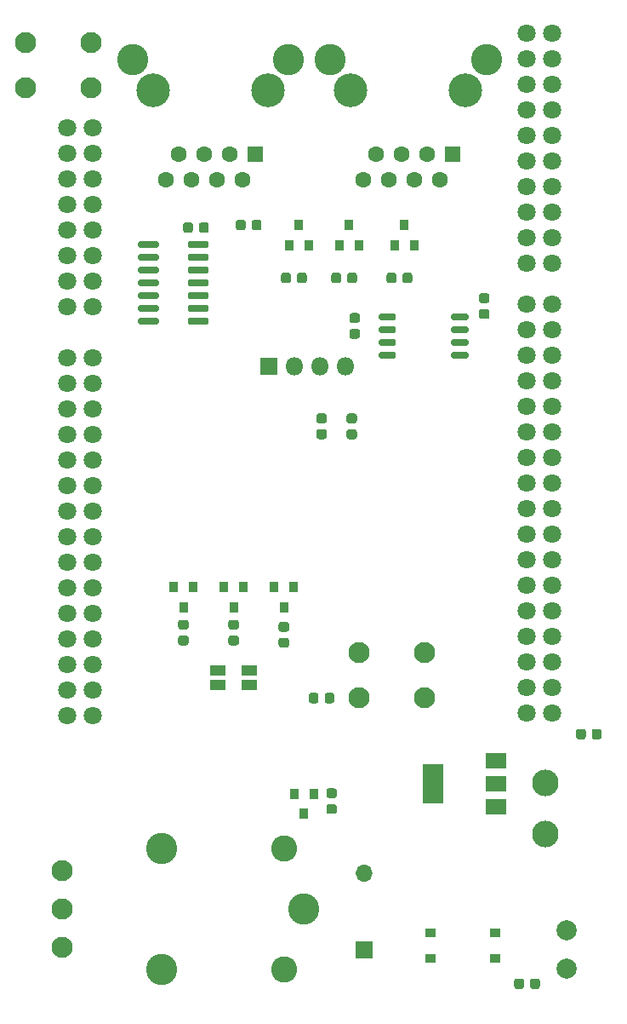
<source format=gbr>
%TF.GenerationSoftware,KiCad,Pcbnew,5.1.6-1.fc32*%
%TF.CreationDate,2021-02-06T18:10:13+01:00*%
%TF.ProjectId,acnode-nucleo144,61636e6f-6465-42d6-9e75-636c656f3134,rev?*%
%TF.SameCoordinates,Original*%
%TF.FileFunction,Soldermask,Top*%
%TF.FilePolarity,Negative*%
%FSLAX46Y46*%
G04 Gerber Fmt 4.6, Leading zero omitted, Abs format (unit mm)*
G04 Created by KiCad (PCBNEW 5.1.6-1.fc32) date 2021-02-06 18:10:13*
%MOMM*%
%LPD*%
G01*
G04 APERTURE LIST*
%ADD10C,1.600000*%
%ADD11C,3.100000*%
%ADD12R,1.600000X1.600000*%
%ADD13C,3.350000*%
%ADD14C,1.800000*%
%ADD15C,2.600000*%
%ADD16R,1.100000X0.900000*%
%ADD17C,2.000000*%
%ADD18C,2.100000*%
%ADD19R,1.600000X1.000000*%
%ADD20R,0.900000X1.000000*%
%ADD21R,2.100000X1.600000*%
%ADD22R,2.100000X3.900000*%
%ADD23O,1.800000X1.800000*%
%ADD24R,1.800000X1.800000*%
%ADD25C,2.640000*%
%ADD26R,1.700000X1.700000*%
%ADD27O,1.700000X1.700000*%
G04 APERTURE END LIST*
%TO.C,U3*%
G36*
G01*
X160658000Y-88302500D02*
X160658000Y-87952500D01*
G75*
G02*
X160833000Y-87777500I175000J0D01*
G01*
X162183000Y-87777500D01*
G75*
G02*
X162358000Y-87952500I0J-175000D01*
G01*
X162358000Y-88302500D01*
G75*
G02*
X162183000Y-88477500I-175000J0D01*
G01*
X160833000Y-88477500D01*
G75*
G02*
X160658000Y-88302500I0J175000D01*
G01*
G37*
G36*
G01*
X160658000Y-89572500D02*
X160658000Y-89222500D01*
G75*
G02*
X160833000Y-89047500I175000J0D01*
G01*
X162183000Y-89047500D01*
G75*
G02*
X162358000Y-89222500I0J-175000D01*
G01*
X162358000Y-89572500D01*
G75*
G02*
X162183000Y-89747500I-175000J0D01*
G01*
X160833000Y-89747500D01*
G75*
G02*
X160658000Y-89572500I0J175000D01*
G01*
G37*
G36*
G01*
X160658000Y-90842500D02*
X160658000Y-90492500D01*
G75*
G02*
X160833000Y-90317500I175000J0D01*
G01*
X162183000Y-90317500D01*
G75*
G02*
X162358000Y-90492500I0J-175000D01*
G01*
X162358000Y-90842500D01*
G75*
G02*
X162183000Y-91017500I-175000J0D01*
G01*
X160833000Y-91017500D01*
G75*
G02*
X160658000Y-90842500I0J175000D01*
G01*
G37*
G36*
G01*
X160658000Y-92112500D02*
X160658000Y-91762500D01*
G75*
G02*
X160833000Y-91587500I175000J0D01*
G01*
X162183000Y-91587500D01*
G75*
G02*
X162358000Y-91762500I0J-175000D01*
G01*
X162358000Y-92112500D01*
G75*
G02*
X162183000Y-92287500I-175000J0D01*
G01*
X160833000Y-92287500D01*
G75*
G02*
X160658000Y-92112500I0J175000D01*
G01*
G37*
G36*
G01*
X153458000Y-92112500D02*
X153458000Y-91762500D01*
G75*
G02*
X153633000Y-91587500I175000J0D01*
G01*
X154983000Y-91587500D01*
G75*
G02*
X155158000Y-91762500I0J-175000D01*
G01*
X155158000Y-92112500D01*
G75*
G02*
X154983000Y-92287500I-175000J0D01*
G01*
X153633000Y-92287500D01*
G75*
G02*
X153458000Y-92112500I0J175000D01*
G01*
G37*
G36*
G01*
X153458000Y-90842500D02*
X153458000Y-90492500D01*
G75*
G02*
X153633000Y-90317500I175000J0D01*
G01*
X154983000Y-90317500D01*
G75*
G02*
X155158000Y-90492500I0J-175000D01*
G01*
X155158000Y-90842500D01*
G75*
G02*
X154983000Y-91017500I-175000J0D01*
G01*
X153633000Y-91017500D01*
G75*
G02*
X153458000Y-90842500I0J175000D01*
G01*
G37*
G36*
G01*
X153458000Y-89572500D02*
X153458000Y-89222500D01*
G75*
G02*
X153633000Y-89047500I175000J0D01*
G01*
X154983000Y-89047500D01*
G75*
G02*
X155158000Y-89222500I0J-175000D01*
G01*
X155158000Y-89572500D01*
G75*
G02*
X154983000Y-89747500I-175000J0D01*
G01*
X153633000Y-89747500D01*
G75*
G02*
X153458000Y-89572500I0J175000D01*
G01*
G37*
G36*
G01*
X153458000Y-88302500D02*
X153458000Y-87952500D01*
G75*
G02*
X153633000Y-87777500I175000J0D01*
G01*
X154983000Y-87777500D01*
G75*
G02*
X155158000Y-87952500I0J-175000D01*
G01*
X155158000Y-88302500D01*
G75*
G02*
X154983000Y-88477500I-175000J0D01*
G01*
X153633000Y-88477500D01*
G75*
G02*
X153458000Y-88302500I0J175000D01*
G01*
G37*
%TD*%
%TO.C,R2*%
G36*
G01*
X151331250Y-88716500D02*
X150768750Y-88716500D01*
G75*
G02*
X150525000Y-88472750I0J243750D01*
G01*
X150525000Y-87985250D01*
G75*
G02*
X150768750Y-87741500I243750J0D01*
G01*
X151331250Y-87741500D01*
G75*
G02*
X151575000Y-87985250I0J-243750D01*
G01*
X151575000Y-88472750D01*
G75*
G02*
X151331250Y-88716500I-243750J0D01*
G01*
G37*
G36*
G01*
X151331250Y-90291500D02*
X150768750Y-90291500D01*
G75*
G02*
X150525000Y-90047750I0J243750D01*
G01*
X150525000Y-89560250D01*
G75*
G02*
X150768750Y-89316500I243750J0D01*
G01*
X151331250Y-89316500D01*
G75*
G02*
X151575000Y-89560250I0J-243750D01*
G01*
X151575000Y-90047750D01*
G75*
G02*
X151331250Y-90291500I-243750J0D01*
G01*
G37*
%TD*%
%TO.C,C2*%
G36*
G01*
X163659250Y-87348000D02*
X164221750Y-87348000D01*
G75*
G02*
X164465500Y-87591750I0J-243750D01*
G01*
X164465500Y-88079250D01*
G75*
G02*
X164221750Y-88323000I-243750J0D01*
G01*
X163659250Y-88323000D01*
G75*
G02*
X163415500Y-88079250I0J243750D01*
G01*
X163415500Y-87591750D01*
G75*
G02*
X163659250Y-87348000I243750J0D01*
G01*
G37*
G36*
G01*
X163659250Y-85773000D02*
X164221750Y-85773000D01*
G75*
G02*
X164465500Y-86016750I0J-243750D01*
G01*
X164465500Y-86504250D01*
G75*
G02*
X164221750Y-86748000I-243750J0D01*
G01*
X163659250Y-86748000D01*
G75*
G02*
X163415500Y-86504250I0J243750D01*
G01*
X163415500Y-86016750D01*
G75*
G02*
X163659250Y-85773000I243750J0D01*
G01*
G37*
%TD*%
D10*
%TO.C,J2*%
X154479000Y-74475000D03*
X151939000Y-74475000D03*
D11*
X164154000Y-62535000D03*
D10*
X159559000Y-74475000D03*
D12*
X160829000Y-71935000D03*
D10*
X153209000Y-71935000D03*
X157019000Y-74475000D03*
X155749000Y-71935000D03*
X158289000Y-71935000D03*
D13*
X162099000Y-65585000D03*
D11*
X148614000Y-62535000D03*
D13*
X150669000Y-65585000D03*
%TD*%
D10*
%TO.C,J1*%
X134794000Y-74475000D03*
X132254000Y-74475000D03*
D11*
X144469000Y-62535000D03*
D10*
X139874000Y-74475000D03*
D12*
X141144000Y-71935000D03*
D10*
X133524000Y-71935000D03*
X137334000Y-74475000D03*
X136064000Y-71935000D03*
X138604000Y-71935000D03*
D13*
X142414000Y-65585000D03*
D11*
X128929000Y-62535000D03*
D13*
X130984000Y-65585000D03*
%TD*%
D14*
%TO.C,U2*%
X170720000Y-127526000D03*
X168180000Y-127526000D03*
X170720000Y-59962000D03*
X168180000Y-59962000D03*
X168180000Y-62502000D03*
X170720000Y-62502000D03*
X168180000Y-80282000D03*
X168180000Y-77742000D03*
X168180000Y-75202000D03*
X168180000Y-72662000D03*
X168180000Y-70122000D03*
X168180000Y-67582000D03*
X168180000Y-65042000D03*
X170720000Y-65042000D03*
X170720000Y-67582000D03*
X170720000Y-70122000D03*
X170720000Y-72662000D03*
X170720000Y-75202000D03*
X170720000Y-77742000D03*
X170720000Y-80282000D03*
X168180000Y-82822000D03*
X170720000Y-82822000D03*
X170720000Y-119906000D03*
X170720000Y-117366000D03*
X170720000Y-114826000D03*
X170720000Y-112286000D03*
X170720000Y-109746000D03*
X170720000Y-107206000D03*
X170720000Y-104666000D03*
X170720000Y-102126000D03*
X170720000Y-99586000D03*
X170720000Y-97046000D03*
X170720000Y-94506000D03*
X170720000Y-91966000D03*
X170720000Y-89426000D03*
X170720000Y-86886000D03*
X168180000Y-86886000D03*
X168180000Y-89426000D03*
X168180000Y-91966000D03*
X168180000Y-94506000D03*
X168180000Y-97046000D03*
X168180000Y-99586000D03*
X168180000Y-102126000D03*
X168180000Y-104666000D03*
X168180000Y-107206000D03*
X168180000Y-109746000D03*
X168180000Y-112286000D03*
X168180000Y-114826000D03*
X168180000Y-117366000D03*
X168180000Y-119906000D03*
X170720000Y-122446000D03*
X168180000Y-122446000D03*
X168180000Y-124986000D03*
X125000000Y-69360000D03*
X125000000Y-71900000D03*
X125000000Y-74440000D03*
X125000000Y-76980000D03*
X125000000Y-79520000D03*
X125000000Y-82060000D03*
X125000000Y-84600000D03*
X125000000Y-87140000D03*
X122460000Y-69360000D03*
X122460000Y-71900000D03*
X122460000Y-74440000D03*
X122460000Y-76980000D03*
X122460000Y-79520000D03*
X122460000Y-82060000D03*
X122460000Y-84600000D03*
X122460000Y-87140000D03*
X125000000Y-92220000D03*
X122460000Y-92220000D03*
X125000000Y-127780000D03*
X125000000Y-125240000D03*
X125000000Y-122700000D03*
X125000000Y-120160000D03*
X125000000Y-117620000D03*
X125000000Y-115080000D03*
X125000000Y-112540000D03*
X125000000Y-110000000D03*
X125000000Y-107460000D03*
X125000000Y-104920000D03*
X125000000Y-102380000D03*
X125000000Y-99840000D03*
X125000000Y-97300000D03*
X125000000Y-94760000D03*
X122460000Y-94760000D03*
X122460000Y-97300000D03*
X122460000Y-99840000D03*
X122460000Y-102380000D03*
X122460000Y-104920000D03*
X122460000Y-107460000D03*
X122460000Y-110000000D03*
X122460000Y-112540000D03*
X122460000Y-115080000D03*
X122460000Y-117620000D03*
X122460000Y-120160000D03*
X122460000Y-122700000D03*
X122460000Y-125240000D03*
X170720000Y-124986000D03*
X122460000Y-127780000D03*
%TD*%
D15*
%TO.C,K1*%
X144050000Y-140950000D03*
D11*
X131850000Y-140950000D03*
X131800000Y-153000000D03*
D15*
X144050000Y-152950000D03*
D11*
X146000000Y-147000000D03*
%TD*%
D16*
%TO.C,U4*%
X165050000Y-149330000D03*
X158550000Y-149330000D03*
X158550000Y-151870000D03*
X165050000Y-151870000D03*
%TD*%
D17*
%TO.C,J5*%
X172100000Y-149090000D03*
X172100000Y-152900000D03*
%TD*%
D18*
%TO.C,J4*%
X121900000Y-143190000D03*
X121900000Y-147000000D03*
X121900000Y-150810000D03*
%TD*%
D19*
%TO.C,D1*%
X140550000Y-124700000D03*
X140550000Y-123300000D03*
X137450000Y-124700000D03*
X137450000Y-123300000D03*
%TD*%
%TO.C,U1*%
G36*
G01*
X134450000Y-81115000D02*
X134450000Y-80765000D01*
G75*
G02*
X134625000Y-80590000I175000J0D01*
G01*
X136325000Y-80590000D01*
G75*
G02*
X136500000Y-80765000I0J-175000D01*
G01*
X136500000Y-81115000D01*
G75*
G02*
X136325000Y-81290000I-175000J0D01*
G01*
X134625000Y-81290000D01*
G75*
G02*
X134450000Y-81115000I0J175000D01*
G01*
G37*
G36*
G01*
X134450000Y-82385000D02*
X134450000Y-82035000D01*
G75*
G02*
X134625000Y-81860000I175000J0D01*
G01*
X136325000Y-81860000D01*
G75*
G02*
X136500000Y-82035000I0J-175000D01*
G01*
X136500000Y-82385000D01*
G75*
G02*
X136325000Y-82560000I-175000J0D01*
G01*
X134625000Y-82560000D01*
G75*
G02*
X134450000Y-82385000I0J175000D01*
G01*
G37*
G36*
G01*
X134450000Y-83655000D02*
X134450000Y-83305000D01*
G75*
G02*
X134625000Y-83130000I175000J0D01*
G01*
X136325000Y-83130000D01*
G75*
G02*
X136500000Y-83305000I0J-175000D01*
G01*
X136500000Y-83655000D01*
G75*
G02*
X136325000Y-83830000I-175000J0D01*
G01*
X134625000Y-83830000D01*
G75*
G02*
X134450000Y-83655000I0J175000D01*
G01*
G37*
G36*
G01*
X134450000Y-84925000D02*
X134450000Y-84575000D01*
G75*
G02*
X134625000Y-84400000I175000J0D01*
G01*
X136325000Y-84400000D01*
G75*
G02*
X136500000Y-84575000I0J-175000D01*
G01*
X136500000Y-84925000D01*
G75*
G02*
X136325000Y-85100000I-175000J0D01*
G01*
X134625000Y-85100000D01*
G75*
G02*
X134450000Y-84925000I0J175000D01*
G01*
G37*
G36*
G01*
X134450000Y-86195000D02*
X134450000Y-85845000D01*
G75*
G02*
X134625000Y-85670000I175000J0D01*
G01*
X136325000Y-85670000D01*
G75*
G02*
X136500000Y-85845000I0J-175000D01*
G01*
X136500000Y-86195000D01*
G75*
G02*
X136325000Y-86370000I-175000J0D01*
G01*
X134625000Y-86370000D01*
G75*
G02*
X134450000Y-86195000I0J175000D01*
G01*
G37*
G36*
G01*
X134450000Y-87465000D02*
X134450000Y-87115000D01*
G75*
G02*
X134625000Y-86940000I175000J0D01*
G01*
X136325000Y-86940000D01*
G75*
G02*
X136500000Y-87115000I0J-175000D01*
G01*
X136500000Y-87465000D01*
G75*
G02*
X136325000Y-87640000I-175000J0D01*
G01*
X134625000Y-87640000D01*
G75*
G02*
X134450000Y-87465000I0J175000D01*
G01*
G37*
G36*
G01*
X134450000Y-88735000D02*
X134450000Y-88385000D01*
G75*
G02*
X134625000Y-88210000I175000J0D01*
G01*
X136325000Y-88210000D01*
G75*
G02*
X136500000Y-88385000I0J-175000D01*
G01*
X136500000Y-88735000D01*
G75*
G02*
X136325000Y-88910000I-175000J0D01*
G01*
X134625000Y-88910000D01*
G75*
G02*
X134450000Y-88735000I0J175000D01*
G01*
G37*
G36*
G01*
X129500000Y-88735000D02*
X129500000Y-88385000D01*
G75*
G02*
X129675000Y-88210000I175000J0D01*
G01*
X131375000Y-88210000D01*
G75*
G02*
X131550000Y-88385000I0J-175000D01*
G01*
X131550000Y-88735000D01*
G75*
G02*
X131375000Y-88910000I-175000J0D01*
G01*
X129675000Y-88910000D01*
G75*
G02*
X129500000Y-88735000I0J175000D01*
G01*
G37*
G36*
G01*
X129500000Y-87465000D02*
X129500000Y-87115000D01*
G75*
G02*
X129675000Y-86940000I175000J0D01*
G01*
X131375000Y-86940000D01*
G75*
G02*
X131550000Y-87115000I0J-175000D01*
G01*
X131550000Y-87465000D01*
G75*
G02*
X131375000Y-87640000I-175000J0D01*
G01*
X129675000Y-87640000D01*
G75*
G02*
X129500000Y-87465000I0J175000D01*
G01*
G37*
G36*
G01*
X129500000Y-86195000D02*
X129500000Y-85845000D01*
G75*
G02*
X129675000Y-85670000I175000J0D01*
G01*
X131375000Y-85670000D01*
G75*
G02*
X131550000Y-85845000I0J-175000D01*
G01*
X131550000Y-86195000D01*
G75*
G02*
X131375000Y-86370000I-175000J0D01*
G01*
X129675000Y-86370000D01*
G75*
G02*
X129500000Y-86195000I0J175000D01*
G01*
G37*
G36*
G01*
X129500000Y-84925000D02*
X129500000Y-84575000D01*
G75*
G02*
X129675000Y-84400000I175000J0D01*
G01*
X131375000Y-84400000D01*
G75*
G02*
X131550000Y-84575000I0J-175000D01*
G01*
X131550000Y-84925000D01*
G75*
G02*
X131375000Y-85100000I-175000J0D01*
G01*
X129675000Y-85100000D01*
G75*
G02*
X129500000Y-84925000I0J175000D01*
G01*
G37*
G36*
G01*
X129500000Y-83655000D02*
X129500000Y-83305000D01*
G75*
G02*
X129675000Y-83130000I175000J0D01*
G01*
X131375000Y-83130000D01*
G75*
G02*
X131550000Y-83305000I0J-175000D01*
G01*
X131550000Y-83655000D01*
G75*
G02*
X131375000Y-83830000I-175000J0D01*
G01*
X129675000Y-83830000D01*
G75*
G02*
X129500000Y-83655000I0J175000D01*
G01*
G37*
G36*
G01*
X129500000Y-82385000D02*
X129500000Y-82035000D01*
G75*
G02*
X129675000Y-81860000I175000J0D01*
G01*
X131375000Y-81860000D01*
G75*
G02*
X131550000Y-82035000I0J-175000D01*
G01*
X131550000Y-82385000D01*
G75*
G02*
X131375000Y-82560000I-175000J0D01*
G01*
X129675000Y-82560000D01*
G75*
G02*
X129500000Y-82385000I0J175000D01*
G01*
G37*
G36*
G01*
X129500000Y-81115000D02*
X129500000Y-80765000D01*
G75*
G02*
X129675000Y-80590000I175000J0D01*
G01*
X131375000Y-80590000D01*
G75*
G02*
X131550000Y-80765000I0J-175000D01*
G01*
X131550000Y-81115000D01*
G75*
G02*
X131375000Y-81290000I-175000J0D01*
G01*
X129675000Y-81290000D01*
G75*
G02*
X129500000Y-81115000I0J175000D01*
G01*
G37*
%TD*%
D18*
%TO.C,SW2*%
X158000000Y-121500000D03*
X158000000Y-126000000D03*
X151500000Y-121500000D03*
X151500000Y-126000000D03*
%TD*%
%TO.C,SW1*%
X124784000Y-60886000D03*
X124784000Y-65386000D03*
X118284000Y-60886000D03*
X118284000Y-65386000D03*
%TD*%
%TO.C,R14*%
G36*
G01*
X148050000Y-126281250D02*
X148050000Y-125718750D01*
G75*
G02*
X148293750Y-125475000I243750J0D01*
G01*
X148781250Y-125475000D01*
G75*
G02*
X149025000Y-125718750I0J-243750D01*
G01*
X149025000Y-126281250D01*
G75*
G02*
X148781250Y-126525000I-243750J0D01*
G01*
X148293750Y-126525000D01*
G75*
G02*
X148050000Y-126281250I0J243750D01*
G01*
G37*
G36*
G01*
X146475000Y-126281250D02*
X146475000Y-125718750D01*
G75*
G02*
X146718750Y-125475000I243750J0D01*
G01*
X147206250Y-125475000D01*
G75*
G02*
X147450000Y-125718750I0J-243750D01*
G01*
X147450000Y-126281250D01*
G75*
G02*
X147206250Y-126525000I-243750J0D01*
G01*
X146718750Y-126525000D01*
G75*
G02*
X146475000Y-126281250I0J243750D01*
G01*
G37*
%TD*%
%TO.C,R13*%
G36*
G01*
X151031250Y-98700000D02*
X150468750Y-98700000D01*
G75*
G02*
X150225000Y-98456250I0J243750D01*
G01*
X150225000Y-97968750D01*
G75*
G02*
X150468750Y-97725000I243750J0D01*
G01*
X151031250Y-97725000D01*
G75*
G02*
X151275000Y-97968750I0J-243750D01*
G01*
X151275000Y-98456250D01*
G75*
G02*
X151031250Y-98700000I-243750J0D01*
G01*
G37*
G36*
G01*
X151031250Y-100275000D02*
X150468750Y-100275000D01*
G75*
G02*
X150225000Y-100031250I0J243750D01*
G01*
X150225000Y-99543750D01*
G75*
G02*
X150468750Y-99300000I243750J0D01*
G01*
X151031250Y-99300000D01*
G75*
G02*
X151275000Y-99543750I0J-243750D01*
G01*
X151275000Y-100031250D01*
G75*
G02*
X151031250Y-100275000I-243750J0D01*
G01*
G37*
%TD*%
%TO.C,R12*%
G36*
G01*
X148031250Y-98700000D02*
X147468750Y-98700000D01*
G75*
G02*
X147225000Y-98456250I0J243750D01*
G01*
X147225000Y-97968750D01*
G75*
G02*
X147468750Y-97725000I243750J0D01*
G01*
X148031250Y-97725000D01*
G75*
G02*
X148275000Y-97968750I0J-243750D01*
G01*
X148275000Y-98456250D01*
G75*
G02*
X148031250Y-98700000I-243750J0D01*
G01*
G37*
G36*
G01*
X148031250Y-100275000D02*
X147468750Y-100275000D01*
G75*
G02*
X147225000Y-100031250I0J243750D01*
G01*
X147225000Y-99543750D01*
G75*
G02*
X147468750Y-99300000I243750J0D01*
G01*
X148031250Y-99300000D01*
G75*
G02*
X148275000Y-99543750I0J-243750D01*
G01*
X148275000Y-100031250D01*
G75*
G02*
X148031250Y-100275000I-243750J0D01*
G01*
G37*
%TD*%
%TO.C,R11*%
G36*
G01*
X168500000Y-154681250D02*
X168500000Y-154118750D01*
G75*
G02*
X168743750Y-153875000I243750J0D01*
G01*
X169231250Y-153875000D01*
G75*
G02*
X169475000Y-154118750I0J-243750D01*
G01*
X169475000Y-154681250D01*
G75*
G02*
X169231250Y-154925000I-243750J0D01*
G01*
X168743750Y-154925000D01*
G75*
G02*
X168500000Y-154681250I0J243750D01*
G01*
G37*
G36*
G01*
X166925000Y-154681250D02*
X166925000Y-154118750D01*
G75*
G02*
X167168750Y-153875000I243750J0D01*
G01*
X167656250Y-153875000D01*
G75*
G02*
X167900000Y-154118750I0J-243750D01*
G01*
X167900000Y-154681250D01*
G75*
G02*
X167656250Y-154925000I-243750J0D01*
G01*
X167168750Y-154925000D01*
G75*
G02*
X166925000Y-154681250I0J243750D01*
G01*
G37*
%TD*%
%TO.C,R10*%
G36*
G01*
X174645600Y-129872050D02*
X174645600Y-129309550D01*
G75*
G02*
X174889350Y-129065800I243750J0D01*
G01*
X175376850Y-129065800D01*
G75*
G02*
X175620600Y-129309550I0J-243750D01*
G01*
X175620600Y-129872050D01*
G75*
G02*
X175376850Y-130115800I-243750J0D01*
G01*
X174889350Y-130115800D01*
G75*
G02*
X174645600Y-129872050I0J243750D01*
G01*
G37*
G36*
G01*
X173070600Y-129872050D02*
X173070600Y-129309550D01*
G75*
G02*
X173314350Y-129065800I243750J0D01*
G01*
X173801850Y-129065800D01*
G75*
G02*
X174045600Y-129309550I0J-243750D01*
G01*
X174045600Y-129872050D01*
G75*
G02*
X173801850Y-130115800I-243750J0D01*
G01*
X173314350Y-130115800D01*
G75*
G02*
X173070600Y-129872050I0J243750D01*
G01*
G37*
%TD*%
%TO.C,R9*%
G36*
G01*
X148468750Y-136550000D02*
X149031250Y-136550000D01*
G75*
G02*
X149275000Y-136793750I0J-243750D01*
G01*
X149275000Y-137281250D01*
G75*
G02*
X149031250Y-137525000I-243750J0D01*
G01*
X148468750Y-137525000D01*
G75*
G02*
X148225000Y-137281250I0J243750D01*
G01*
X148225000Y-136793750D01*
G75*
G02*
X148468750Y-136550000I243750J0D01*
G01*
G37*
G36*
G01*
X148468750Y-134975000D02*
X149031250Y-134975000D01*
G75*
G02*
X149275000Y-135218750I0J-243750D01*
G01*
X149275000Y-135706250D01*
G75*
G02*
X149031250Y-135950000I-243750J0D01*
G01*
X148468750Y-135950000D01*
G75*
G02*
X148225000Y-135706250I0J243750D01*
G01*
X148225000Y-135218750D01*
G75*
G02*
X148468750Y-134975000I243750J0D01*
G01*
G37*
%TD*%
%TO.C,R8*%
G36*
G01*
X145300000Y-84531250D02*
X145300000Y-83968750D01*
G75*
G02*
X145543750Y-83725000I243750J0D01*
G01*
X146031250Y-83725000D01*
G75*
G02*
X146275000Y-83968750I0J-243750D01*
G01*
X146275000Y-84531250D01*
G75*
G02*
X146031250Y-84775000I-243750J0D01*
G01*
X145543750Y-84775000D01*
G75*
G02*
X145300000Y-84531250I0J243750D01*
G01*
G37*
G36*
G01*
X143725000Y-84531250D02*
X143725000Y-83968750D01*
G75*
G02*
X143968750Y-83725000I243750J0D01*
G01*
X144456250Y-83725000D01*
G75*
G02*
X144700000Y-83968750I0J-243750D01*
G01*
X144700000Y-84531250D01*
G75*
G02*
X144456250Y-84775000I-243750J0D01*
G01*
X143968750Y-84775000D01*
G75*
G02*
X143725000Y-84531250I0J243750D01*
G01*
G37*
%TD*%
%TO.C,R7*%
G36*
G01*
X150300000Y-84531250D02*
X150300000Y-83968750D01*
G75*
G02*
X150543750Y-83725000I243750J0D01*
G01*
X151031250Y-83725000D01*
G75*
G02*
X151275000Y-83968750I0J-243750D01*
G01*
X151275000Y-84531250D01*
G75*
G02*
X151031250Y-84775000I-243750J0D01*
G01*
X150543750Y-84775000D01*
G75*
G02*
X150300000Y-84531250I0J243750D01*
G01*
G37*
G36*
G01*
X148725000Y-84531250D02*
X148725000Y-83968750D01*
G75*
G02*
X148968750Y-83725000I243750J0D01*
G01*
X149456250Y-83725000D01*
G75*
G02*
X149700000Y-83968750I0J-243750D01*
G01*
X149700000Y-84531250D01*
G75*
G02*
X149456250Y-84775000I-243750J0D01*
G01*
X148968750Y-84775000D01*
G75*
G02*
X148725000Y-84531250I0J243750D01*
G01*
G37*
%TD*%
%TO.C,R6*%
G36*
G01*
X155800000Y-84531250D02*
X155800000Y-83968750D01*
G75*
G02*
X156043750Y-83725000I243750J0D01*
G01*
X156531250Y-83725000D01*
G75*
G02*
X156775000Y-83968750I0J-243750D01*
G01*
X156775000Y-84531250D01*
G75*
G02*
X156531250Y-84775000I-243750J0D01*
G01*
X156043750Y-84775000D01*
G75*
G02*
X155800000Y-84531250I0J243750D01*
G01*
G37*
G36*
G01*
X154225000Y-84531250D02*
X154225000Y-83968750D01*
G75*
G02*
X154468750Y-83725000I243750J0D01*
G01*
X154956250Y-83725000D01*
G75*
G02*
X155200000Y-83968750I0J-243750D01*
G01*
X155200000Y-84531250D01*
G75*
G02*
X154956250Y-84775000I-243750J0D01*
G01*
X154468750Y-84775000D01*
G75*
G02*
X154225000Y-84531250I0J243750D01*
G01*
G37*
%TD*%
%TO.C,R5*%
G36*
G01*
X144281250Y-119412500D02*
X143718750Y-119412500D01*
G75*
G02*
X143475000Y-119168750I0J243750D01*
G01*
X143475000Y-118681250D01*
G75*
G02*
X143718750Y-118437500I243750J0D01*
G01*
X144281250Y-118437500D01*
G75*
G02*
X144525000Y-118681250I0J-243750D01*
G01*
X144525000Y-119168750D01*
G75*
G02*
X144281250Y-119412500I-243750J0D01*
G01*
G37*
G36*
G01*
X144281250Y-120987500D02*
X143718750Y-120987500D01*
G75*
G02*
X143475000Y-120743750I0J243750D01*
G01*
X143475000Y-120256250D01*
G75*
G02*
X143718750Y-120012500I243750J0D01*
G01*
X144281250Y-120012500D01*
G75*
G02*
X144525000Y-120256250I0J-243750D01*
G01*
X144525000Y-120743750D01*
G75*
G02*
X144281250Y-120987500I-243750J0D01*
G01*
G37*
%TD*%
%TO.C,R4*%
G36*
G01*
X139281250Y-119200000D02*
X138718750Y-119200000D01*
G75*
G02*
X138475000Y-118956250I0J243750D01*
G01*
X138475000Y-118468750D01*
G75*
G02*
X138718750Y-118225000I243750J0D01*
G01*
X139281250Y-118225000D01*
G75*
G02*
X139525000Y-118468750I0J-243750D01*
G01*
X139525000Y-118956250D01*
G75*
G02*
X139281250Y-119200000I-243750J0D01*
G01*
G37*
G36*
G01*
X139281250Y-120775000D02*
X138718750Y-120775000D01*
G75*
G02*
X138475000Y-120531250I0J243750D01*
G01*
X138475000Y-120043750D01*
G75*
G02*
X138718750Y-119800000I243750J0D01*
G01*
X139281250Y-119800000D01*
G75*
G02*
X139525000Y-120043750I0J-243750D01*
G01*
X139525000Y-120531250D01*
G75*
G02*
X139281250Y-120775000I-243750J0D01*
G01*
G37*
%TD*%
%TO.C,R3*%
G36*
G01*
X134281250Y-119200000D02*
X133718750Y-119200000D01*
G75*
G02*
X133475000Y-118956250I0J243750D01*
G01*
X133475000Y-118468750D01*
G75*
G02*
X133718750Y-118225000I243750J0D01*
G01*
X134281250Y-118225000D01*
G75*
G02*
X134525000Y-118468750I0J-243750D01*
G01*
X134525000Y-118956250D01*
G75*
G02*
X134281250Y-119200000I-243750J0D01*
G01*
G37*
G36*
G01*
X134281250Y-120775000D02*
X133718750Y-120775000D01*
G75*
G02*
X133475000Y-120531250I0J243750D01*
G01*
X133475000Y-120043750D01*
G75*
G02*
X133718750Y-119800000I243750J0D01*
G01*
X134281250Y-119800000D01*
G75*
G02*
X134525000Y-120043750I0J-243750D01*
G01*
X134525000Y-120531250D01*
G75*
G02*
X134281250Y-120775000I-243750J0D01*
G01*
G37*
%TD*%
%TO.C,R1*%
G36*
G01*
X140200000Y-78718750D02*
X140200000Y-79281250D01*
G75*
G02*
X139956250Y-79525000I-243750J0D01*
G01*
X139468750Y-79525000D01*
G75*
G02*
X139225000Y-79281250I0J243750D01*
G01*
X139225000Y-78718750D01*
G75*
G02*
X139468750Y-78475000I243750J0D01*
G01*
X139956250Y-78475000D01*
G75*
G02*
X140200000Y-78718750I0J-243750D01*
G01*
G37*
G36*
G01*
X141775000Y-78718750D02*
X141775000Y-79281250D01*
G75*
G02*
X141531250Y-79525000I-243750J0D01*
G01*
X141043750Y-79525000D01*
G75*
G02*
X140800000Y-79281250I0J243750D01*
G01*
X140800000Y-78718750D01*
G75*
G02*
X141043750Y-78475000I243750J0D01*
G01*
X141531250Y-78475000D01*
G75*
G02*
X141775000Y-78718750I0J-243750D01*
G01*
G37*
%TD*%
D20*
%TO.C,Q8*%
X146000000Y-137500000D03*
X145050000Y-135500000D03*
X146950000Y-135500000D03*
%TD*%
D21*
%TO.C,Q7*%
X165150000Y-136800000D03*
X165150000Y-132200000D03*
X165150000Y-134500000D03*
D22*
X158850000Y-134500000D03*
%TD*%
D20*
%TO.C,Q6*%
X144000000Y-117000000D03*
X143050000Y-115000000D03*
X144950000Y-115000000D03*
%TD*%
%TO.C,Q5*%
X139000000Y-117000000D03*
X138050000Y-115000000D03*
X139950000Y-115000000D03*
%TD*%
%TO.C,Q4*%
X134000000Y-117000000D03*
X133050000Y-115000000D03*
X134950000Y-115000000D03*
%TD*%
%TO.C,Q3*%
X145500000Y-79000000D03*
X146450000Y-81000000D03*
X144550000Y-81000000D03*
%TD*%
%TO.C,Q2*%
X150500000Y-79000000D03*
X151450000Y-81000000D03*
X149550000Y-81000000D03*
%TD*%
%TO.C,Q1*%
X156000000Y-79000000D03*
X156950000Y-81000000D03*
X155050000Y-81000000D03*
%TD*%
D23*
%TO.C,J6*%
X150120000Y-93000000D03*
X147580000Y-93000000D03*
X145040000Y-93000000D03*
D24*
X142500000Y-93000000D03*
%TD*%
D25*
%TO.C,J3*%
X170050000Y-134480000D03*
X170050000Y-139560000D03*
%TD*%
D26*
%TO.C,D2*%
X152000000Y-151000000D03*
D27*
X152000000Y-143380000D03*
%TD*%
%TO.C,C1*%
G36*
G01*
X134950000Y-78968750D02*
X134950000Y-79531250D01*
G75*
G02*
X134706250Y-79775000I-243750J0D01*
G01*
X134218750Y-79775000D01*
G75*
G02*
X133975000Y-79531250I0J243750D01*
G01*
X133975000Y-78968750D01*
G75*
G02*
X134218750Y-78725000I243750J0D01*
G01*
X134706250Y-78725000D01*
G75*
G02*
X134950000Y-78968750I0J-243750D01*
G01*
G37*
G36*
G01*
X136525000Y-78968750D02*
X136525000Y-79531250D01*
G75*
G02*
X136281250Y-79775000I-243750J0D01*
G01*
X135793750Y-79775000D01*
G75*
G02*
X135550000Y-79531250I0J243750D01*
G01*
X135550000Y-78968750D01*
G75*
G02*
X135793750Y-78725000I243750J0D01*
G01*
X136281250Y-78725000D01*
G75*
G02*
X136525000Y-78968750I0J-243750D01*
G01*
G37*
%TD*%
M02*

</source>
